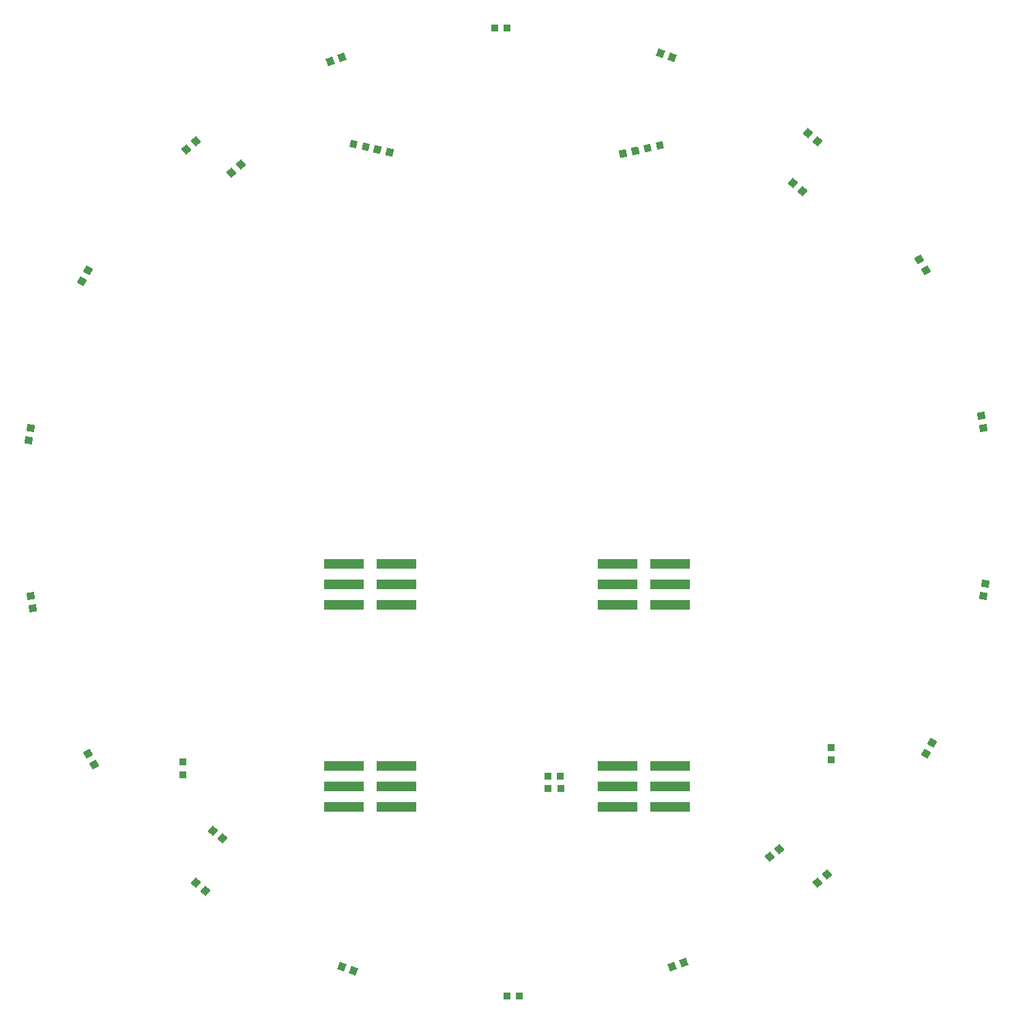
<source format=gbr>
G04*
G04 #@! TF.GenerationSoftware,Altium Limited,Altium Designer,25.4.2 (15)*
G04*
G04 Layer_Color=128*
%FSLAX44Y44*%
%MOMM*%
G71*
G04*
G04 #@! TF.SameCoordinates,80CFFD5A-54A5-451F-B997-A2DA6E1B210F*
G04*
G04*
G04 #@! TF.FilePolarity,Positive*
G04*
G01*
G75*
G04:AMPARAMS|DCode=54|XSize=0.95mm|YSize=0.9mm|CornerRadius=0mm|HoleSize=0mm|Usage=FLASHONLY|Rotation=230.000|XOffset=0mm|YOffset=0mm|HoleType=Round|Shape=Rectangle|*
%AMROTATEDRECTD54*
4,1,4,-0.0394,0.6531,0.6500,0.0746,0.0394,-0.6531,-0.6500,-0.0746,-0.0394,0.6531,0.0*
%
%ADD54ROTATEDRECTD54*%

G04:AMPARAMS|DCode=55|XSize=0.95mm|YSize=0.9mm|CornerRadius=0mm|HoleSize=0mm|Usage=FLASHONLY|Rotation=310.000|XOffset=0mm|YOffset=0mm|HoleType=Round|Shape=Rectangle|*
%AMROTATEDRECTD55*
4,1,4,-0.6500,0.0746,0.0394,0.6531,0.6500,-0.0746,-0.0394,-0.6531,-0.6500,0.0746,0.0*
%
%ADD55ROTATEDRECTD55*%

%ADD56R,0.9000X0.9500*%
G04:AMPARAMS|DCode=57|XSize=0.95mm|YSize=0.9mm|CornerRadius=0mm|HoleSize=0mm|Usage=FLASHONLY|Rotation=290.000|XOffset=0mm|YOffset=0mm|HoleType=Round|Shape=Rectangle|*
%AMROTATEDRECTD57*
4,1,4,-0.5853,0.2925,0.2604,0.6003,0.5853,-0.2925,-0.2604,-0.6003,-0.5853,0.2925,0.0*
%
%ADD57ROTATEDRECTD57*%

G04:AMPARAMS|DCode=58|XSize=0.95mm|YSize=0.9mm|CornerRadius=0mm|HoleSize=0mm|Usage=FLASHONLY|Rotation=77.220|XOffset=0mm|YOffset=0mm|HoleType=Round|Shape=Rectangle|*
%AMROTATEDRECTD58*
4,1,4,0.3338,-0.5628,-0.5439,-0.3637,-0.3338,0.5628,0.5439,0.3637,0.3338,-0.5628,0.0*
%
%ADD58ROTATEDRECTD58*%

G04:AMPARAMS|DCode=59|XSize=0.95mm|YSize=0.9mm|CornerRadius=0mm|HoleSize=0mm|Usage=FLASHONLY|Rotation=250.000|XOffset=0mm|YOffset=0mm|HoleType=Round|Shape=Rectangle|*
%AMROTATEDRECTD59*
4,1,4,-0.2604,0.6003,0.5853,0.2925,0.2604,-0.6003,-0.5853,-0.2925,-0.2604,0.6003,0.0*
%
%ADD59ROTATEDRECTD59*%

G04:AMPARAMS|DCode=60|XSize=0.95mm|YSize=0.9mm|CornerRadius=0mm|HoleSize=0mm|Usage=FLASHONLY|Rotation=282.232|XOffset=0mm|YOffset=0mm|HoleType=Round|Shape=Rectangle|*
%AMROTATEDRECTD60*
4,1,4,-0.5404,0.3689,0.3392,0.5596,0.5404,-0.3689,-0.3392,-0.5596,-0.5404,0.3689,0.0*
%
%ADD60ROTATEDRECTD60*%

G04:AMPARAMS|DCode=61|XSize=0.95mm|YSize=0.9mm|CornerRadius=0mm|HoleSize=0mm|Usage=FLASHONLY|Rotation=230.000|XOffset=0mm|YOffset=0mm|HoleType=Round|Shape=Rectangle|*
%AMROTATEDRECTD61*
4,1,4,-0.0394,0.6531,0.6500,0.0746,0.0394,-0.6531,-0.6500,-0.0746,-0.0394,0.6531,0.0*
%
%ADD61ROTATEDRECTD61*%

G04:AMPARAMS|DCode=62|XSize=0.95mm|YSize=0.9mm|CornerRadius=0mm|HoleSize=0mm|Usage=FLASHONLY|Rotation=210.000|XOffset=0mm|YOffset=0mm|HoleType=Round|Shape=Rectangle|*
%AMROTATEDRECTD62*
4,1,4,0.1864,0.6272,0.6364,-0.1522,-0.1864,-0.6272,-0.6364,0.1522,0.1864,0.6272,0.0*
%
%ADD62ROTATEDRECTD62*%

G04:AMPARAMS|DCode=63|XSize=0.95mm|YSize=0.9mm|CornerRadius=0mm|HoleSize=0mm|Usage=FLASHONLY|Rotation=190.000|XOffset=0mm|YOffset=0mm|HoleType=Round|Shape=Rectangle|*
%AMROTATEDRECTD63*
4,1,4,0.3896,0.5256,0.5459,-0.3607,-0.3896,-0.5256,-0.5459,0.3607,0.3896,0.5256,0.0*
%
%ADD63ROTATEDRECTD63*%

G04:AMPARAMS|DCode=64|XSize=0.95mm|YSize=0.9mm|CornerRadius=0mm|HoleSize=0mm|Usage=FLASHONLY|Rotation=170.000|XOffset=0mm|YOffset=0mm|HoleType=Round|Shape=Rectangle|*
%AMROTATEDRECTD64*
4,1,4,0.5459,0.3607,0.3896,-0.5256,-0.5459,-0.3607,-0.3896,0.5256,0.5459,0.3607,0.0*
%
%ADD64ROTATEDRECTD64*%

G04:AMPARAMS|DCode=65|XSize=0.95mm|YSize=0.9mm|CornerRadius=0mm|HoleSize=0mm|Usage=FLASHONLY|Rotation=150.000|XOffset=0mm|YOffset=0mm|HoleType=Round|Shape=Rectangle|*
%AMROTATEDRECTD65*
4,1,4,0.6364,0.1522,0.1864,-0.6272,-0.6364,-0.1522,-0.1864,0.6272,0.6364,0.1522,0.0*
%
%ADD65ROTATEDRECTD65*%

G04:AMPARAMS|DCode=66|XSize=0.95mm|YSize=0.9mm|CornerRadius=0mm|HoleSize=0mm|Usage=FLASHONLY|Rotation=310.000|XOffset=0mm|YOffset=0mm|HoleType=Round|Shape=Rectangle|*
%AMROTATEDRECTD66*
4,1,4,-0.6500,0.0746,0.0394,0.6531,0.6500,-0.0746,-0.0394,-0.6531,-0.6500,0.0746,0.0*
%
%ADD66ROTATEDRECTD66*%

G04:AMPARAMS|DCode=67|XSize=0.95mm|YSize=0.9mm|CornerRadius=0mm|HoleSize=0mm|Usage=FLASHONLY|Rotation=49.996|XOffset=0mm|YOffset=0mm|HoleType=Round|Shape=Rectangle|*
%AMROTATEDRECTD67*
4,1,4,0.0394,-0.6531,-0.6501,-0.0746,-0.0394,0.6531,0.6501,0.0746,0.0394,-0.6531,0.0*
%
%ADD67ROTATEDRECTD67*%

G04:AMPARAMS|DCode=68|XSize=0.95mm|YSize=0.9mm|CornerRadius=0mm|HoleSize=0mm|Usage=FLASHONLY|Rotation=129.997|XOffset=0mm|YOffset=0mm|HoleType=Round|Shape=Rectangle|*
%AMROTATEDRECTD68*
4,1,4,0.6500,-0.0747,-0.0394,-0.6531,-0.6500,0.0747,0.0394,0.6531,0.6500,-0.0747,0.0*
%
%ADD68ROTATEDRECTD68*%

G04:AMPARAMS|DCode=69|XSize=0.9mm|YSize=0.85mm|CornerRadius=0mm|HoleSize=0mm|Usage=FLASHONLY|Rotation=257.220|XOffset=0mm|YOffset=0mm|HoleType=Round|Shape=Rectangle|*
%AMROTATEDRECTD69*
4,1,4,-0.3149,0.5329,0.5140,0.3448,0.3149,-0.5329,-0.5140,-0.3448,-0.3149,0.5329,0.0*
%
%ADD69ROTATEDRECTD69*%

G04:AMPARAMS|DCode=70|XSize=0.9mm|YSize=0.85mm|CornerRadius=0mm|HoleSize=0mm|Usage=FLASHONLY|Rotation=282.232|XOffset=0mm|YOffset=0mm|HoleType=Round|Shape=Rectangle|*
%AMROTATEDRECTD70*
4,1,4,-0.5107,0.3497,0.3200,0.5298,0.5107,-0.3497,-0.3200,-0.5298,-0.5107,0.3497,0.0*
%
%ADD70ROTATEDRECTD70*%

%ADD71R,0.9000X0.8500*%
%ADD72R,5.0000X1.2500*%
%ADD73R,0.8500X0.9000*%
D54*
X735126Y704963D02*
D03*
X747000Y695000D02*
D03*
X714327Y640373D02*
D03*
X726201Y630410D02*
D03*
D55*
X1426063Y672018D02*
D03*
X1437937Y681982D02*
D03*
X1485673Y640373D02*
D03*
X1497546Y650337D02*
D03*
D56*
X1084500Y1700000D02*
D03*
X1100000D02*
D03*
Y500000D02*
D03*
X1115500D02*
D03*
D57*
X880435Y1658699D02*
D03*
X895000Y1664000D02*
D03*
X1305212Y536184D02*
D03*
X1319777Y541486D02*
D03*
D58*
X939442Y1549714D02*
D03*
X954558Y1546286D02*
D03*
D59*
X1305212Y1663816D02*
D03*
X1290647Y1669117D02*
D03*
X894788Y536184D02*
D03*
X909353Y530883D02*
D03*
D60*
X1259574Y1547642D02*
D03*
X1244426Y1544358D02*
D03*
D61*
X1485673Y1559627D02*
D03*
X1473799Y1569590D02*
D03*
D62*
X1619615Y1400000D02*
D03*
X1611865Y1413423D02*
D03*
X580385Y800000D02*
D03*
X588135Y786577D02*
D03*
D63*
X1690885Y1204189D02*
D03*
X1688193Y1219453D02*
D03*
X509115Y995811D02*
D03*
X511807Y980547D02*
D03*
D64*
X1690885Y995811D02*
D03*
X1693576Y1011076D02*
D03*
X509115Y1204189D02*
D03*
X506424Y1188924D02*
D03*
D65*
X1619615Y800000D02*
D03*
X1627365Y813423D02*
D03*
X580385Y1400000D02*
D03*
X572635Y1386577D02*
D03*
D66*
X714327Y1559627D02*
D03*
X702454Y1549664D02*
D03*
D67*
X1455063Y1507982D02*
D03*
X1466936Y1498018D02*
D03*
D68*
X758063Y1521019D02*
D03*
X769937Y1530981D02*
D03*
D69*
X924558Y1553286D02*
D03*
X909442Y1556714D02*
D03*
D70*
X1289574Y1554642D02*
D03*
X1274426Y1551358D02*
D03*
D71*
X1502000Y792250D02*
D03*
Y807750D02*
D03*
X698000Y774250D02*
D03*
Y789750D02*
D03*
D72*
X897750Y734600D02*
D03*
Y760000D02*
D03*
Y785400D02*
D03*
X962500Y760000D02*
D03*
Y785400D02*
D03*
Y734600D02*
D03*
X1237400Y785300D02*
D03*
Y734500D02*
D03*
Y759900D02*
D03*
X1302150Y734500D02*
D03*
Y759900D02*
D03*
Y785300D02*
D03*
X962500Y984600D02*
D03*
Y1035400D02*
D03*
Y1010000D02*
D03*
X897750Y1035400D02*
D03*
Y1010000D02*
D03*
Y984600D02*
D03*
X1237500Y1035400D02*
D03*
Y984600D02*
D03*
Y1010000D02*
D03*
X1302250Y984600D02*
D03*
Y1010000D02*
D03*
Y1035400D02*
D03*
D73*
X1151250Y757000D02*
D03*
X1166750D02*
D03*
X1166500Y772000D02*
D03*
X1151000D02*
D03*
M02*

</source>
